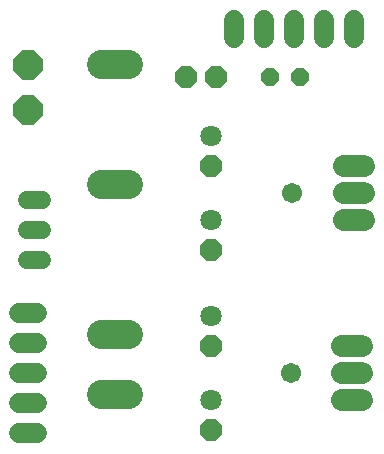
<source format=gbr>
G04 EAGLE Gerber RS-274X export*
G75*
%MOMM*%
%FSLAX34Y34*%
%LPD*%
%INSoldermask Top*%
%IPPOS*%
%AMOC8*
5,1,8,0,0,1.08239X$1,22.5*%
G01*
%ADD10C,2.453200*%
%ADD11P,1.951982X8X292.500000*%
%ADD12C,1.803400*%
%ADD13C,1.879600*%
%ADD14C,1.703200*%
%ADD15C,1.524000*%
%ADD16P,1.649562X8X202.500000*%
%ADD17P,2.034460X8X202.500000*%
%ADD18C,1.727200*%
%ADD19P,2.694285X8X22.500000*%


D10*
X112470Y58030D02*
X134970Y58030D01*
X134970Y108830D02*
X112470Y108830D01*
X112470Y235830D02*
X134970Y235830D01*
X134970Y337430D02*
X112470Y337430D01*
D11*
X205740Y180340D03*
D12*
X205740Y205740D03*
D11*
X205740Y251460D03*
D12*
X205740Y276860D03*
D11*
X205740Y99060D03*
D12*
X205740Y124460D03*
D11*
X205740Y27940D03*
D12*
X205740Y53340D03*
D13*
X318008Y205740D02*
X334772Y205740D01*
X334772Y228600D02*
X318008Y228600D01*
X318008Y251460D02*
X334772Y251460D01*
D14*
X274320Y228600D03*
D15*
X62484Y171450D02*
X49276Y171450D01*
X49276Y222250D02*
X62484Y222250D01*
X62484Y196850D02*
X49276Y196850D01*
D16*
X280670Y326390D03*
X255270Y326390D03*
D17*
X209550Y326390D03*
X184150Y326390D03*
D18*
X326390Y359410D02*
X326390Y374650D01*
X300990Y374650D02*
X300990Y359410D01*
X275590Y359410D02*
X275590Y374650D01*
X250190Y374650D02*
X250190Y359410D01*
X224790Y359410D02*
X224790Y374650D01*
D19*
X50800Y336550D03*
X50800Y298450D03*
D18*
X58420Y25400D02*
X43180Y25400D01*
X43180Y50800D02*
X58420Y50800D01*
X58420Y76200D02*
X43180Y76200D01*
X43180Y101600D02*
X58420Y101600D01*
X58420Y127000D02*
X43180Y127000D01*
D13*
X316738Y53340D02*
X333502Y53340D01*
X333502Y76200D02*
X316738Y76200D01*
X316738Y99060D02*
X333502Y99060D01*
D14*
X273050Y76200D03*
M02*

</source>
